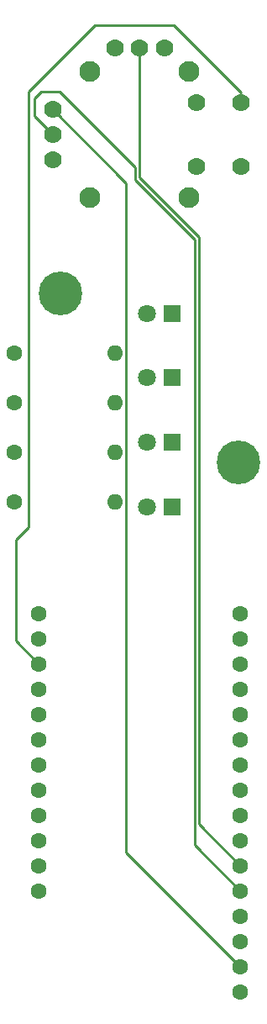
<source format=gbr>
%TF.GenerationSoftware,KiCad,Pcbnew,6.0.6+dfsg-1*%
%TF.CreationDate,2022-07-30T00:05:30-07:00*%
%TF.ProjectId,board,626f6172-642e-46b6-9963-61645f706362,rev?*%
%TF.SameCoordinates,Original*%
%TF.FileFunction,Copper,L2,Bot*%
%TF.FilePolarity,Positive*%
%FSLAX46Y46*%
G04 Gerber Fmt 4.6, Leading zero omitted, Abs format (unit mm)*
G04 Created by KiCad (PCBNEW 6.0.6+dfsg-1) date 2022-07-30 00:05:30*
%MOMM*%
%LPD*%
G01*
G04 APERTURE LIST*
%TA.AperFunction,ComponentPad*%
%ADD10C,4.400000*%
%TD*%
%TA.AperFunction,ComponentPad*%
%ADD11C,1.600000*%
%TD*%
%TA.AperFunction,ComponentPad*%
%ADD12C,1.778000*%
%TD*%
%TA.AperFunction,ComponentPad*%
%ADD13C,2.100000*%
%TD*%
%TA.AperFunction,ComponentPad*%
%ADD14R,1.800000X1.800000*%
%TD*%
%TA.AperFunction,ComponentPad*%
%ADD15C,1.800000*%
%TD*%
%TA.AperFunction,ComponentPad*%
%ADD16O,1.600000X1.600000*%
%TD*%
%TA.AperFunction,Conductor*%
%ADD17C,0.250000*%
%TD*%
G04 APERTURE END LIST*
D10*
%TO.P,REF1,1*%
%TO.N,N/C*%
X94000000Y-73000000D03*
%TD*%
%TO.P,REF2,1*%
%TO.N,N/C*%
X112000000Y-90000000D03*
%TD*%
D11*
%TO.P,U2,1,RST*%
%TO.N,unconnected-(U2-Pad1)*%
X112160000Y-143320000D03*
%TO.P,U2,2,3V3*%
%TO.N,Net-(U1-PadH1)*%
X112160000Y-140780000D03*
%TO.P,U2,3,3V3*%
%TO.N,unconnected-(U2-Pad3)*%
X112160000Y-138240000D03*
%TO.P,U2,4,GND*%
%TO.N,Net-(D1-Pad1)*%
X112160000Y-135700000D03*
%TO.P,U2,5,A0*%
%TO.N,Net-(U1-PadH2)*%
X112160000Y-133160000D03*
%TO.P,U2,6,A1*%
%TO.N,Net-(U1-PadV2)*%
X112160000Y-130620000D03*
%TO.P,U2,7,A2*%
%TO.N,unconnected-(U2-Pad7)*%
X112160000Y-128080000D03*
%TO.P,U2,8,A3*%
%TO.N,unconnected-(U2-Pad8)*%
X112160000Y-125540000D03*
%TO.P,U2,9,A4*%
%TO.N,unconnected-(U2-Pad9)*%
X112160000Y-123000000D03*
%TO.P,U2,10,A5*%
%TO.N,unconnected-(U2-Pad10)*%
X112160000Y-120460000D03*
%TO.P,U2,11,SCK*%
%TO.N,unconnected-(U2-Pad11)*%
X112160000Y-117920000D03*
%TO.P,U2,12,MOSI*%
%TO.N,unconnected-(U2-Pad12)*%
X112160000Y-115380000D03*
%TO.P,U2,13,MISO*%
%TO.N,unconnected-(U2-Pad13)*%
X112160000Y-112840000D03*
%TO.P,U2,14,RXD*%
%TO.N,unconnected-(U2-Pad14)*%
X112160000Y-110300000D03*
%TO.P,U2,15,TXD*%
%TO.N,unconnected-(U2-Pad15)*%
X112160000Y-107760000D03*
%TO.P,U2,16,DFU*%
%TO.N,unconnected-(U2-Pad16)*%
X112160000Y-105220000D03*
%TO.P,U2,17,SDA*%
%TO.N,unconnected-(U2-Pad17)*%
X91840000Y-105220000D03*
%TO.P,U2,18,SCL*%
%TO.N,unconnected-(U2-Pad18)*%
X91840000Y-107760000D03*
%TO.P,U2,19,D27*%
%TO.N,Net-(U1-PadB1A)*%
X91840000Y-110300000D03*
%TO.P,U2,20,D30*%
%TO.N,unconnected-(U2-Pad20)*%
X91840000Y-112840000D03*
%TO.P,U2,21,D31*%
%TO.N,unconnected-(U2-Pad21)*%
X91840000Y-115380000D03*
%TO.P,U2,22,D11*%
%TO.N,Net-(U2-Pad22)*%
X91840000Y-117920000D03*
%TO.P,U2,23,D7*%
%TO.N,Net-(R3-Pad1)*%
X91840000Y-120460000D03*
%TO.P,U2,24,D15*%
%TO.N,Net-(R2-Pad1)*%
X91840000Y-123000000D03*
%TO.P,U2,25,D16*%
%TO.N,Net-(R1-Pad1)*%
X91840000Y-125540000D03*
%TO.P,U2,26,USB*%
%TO.N,unconnected-(U2-Pad26)*%
X91840000Y-128080000D03*
%TO.P,U2,27,EN*%
%TO.N,unconnected-(U2-Pad27)*%
X91840000Y-130620000D03*
%TO.P,U2,28,VBAT*%
%TO.N,unconnected-(U2-Pad28)*%
X91840000Y-133160000D03*
%TD*%
D12*
%TO.P,U1,B1A,SEL+*%
%TO.N,Net-(U1-PadB1A)*%
X112250000Y-53750000D03*
%TO.P,U1,B1B*%
%TO.N,N/C*%
X112250000Y-60250000D03*
%TO.P,U1,B2A,SEL-*%
%TO.N,Net-(D1-Pad1)*%
X107750000Y-53750000D03*
%TO.P,U1,B2B*%
%TO.N,N/C*%
X107750000Y-60250000D03*
%TO.P,U1,H1,H+*%
%TO.N,Net-(U1-PadH1)*%
X93270000Y-54500000D03*
%TO.P,U1,H2,H*%
%TO.N,Net-(U1-PadH2)*%
X93270000Y-57000000D03*
%TO.P,U1,H3,H-*%
%TO.N,Net-(D1-Pad1)*%
X93270000Y-59500000D03*
D13*
%TO.P,U1,S1*%
%TO.N,N/C*%
X107000000Y-50675000D03*
%TO.P,U1,S2*%
X97000000Y-50675000D03*
%TO.P,U1,S3*%
X97000000Y-63325000D03*
%TO.P,U1,S4*%
X107000000Y-63325000D03*
D12*
%TO.P,U1,V1,V+*%
%TO.N,Net-(U1-PadH1)*%
X104500000Y-48270000D03*
%TO.P,U1,V2,V*%
%TO.N,Net-(U1-PadV2)*%
X102000000Y-48270000D03*
%TO.P,U1,V3,V-*%
%TO.N,Net-(D1-Pad1)*%
X99500000Y-48270000D03*
%TD*%
D14*
%TO.P,D1,1,K*%
%TO.N,Net-(D1-Pad1)*%
X105275000Y-75000000D03*
D15*
%TO.P,D1,2,A*%
%TO.N,Net-(D1-Pad2)*%
X102735000Y-75000000D03*
%TD*%
D11*
%TO.P,R2,1*%
%TO.N,Net-(R2-Pad1)*%
X89380000Y-84000000D03*
D16*
%TO.P,R2,2*%
%TO.N,Net-(D2-Pad2)*%
X99540000Y-84000000D03*
%TD*%
D11*
%TO.P,R3,1*%
%TO.N,Net-(R3-Pad1)*%
X89380000Y-89000000D03*
D16*
%TO.P,R3,2*%
%TO.N,Net-(D3-Pad2)*%
X99540000Y-89000000D03*
%TD*%
D14*
%TO.P,D4,1,K*%
%TO.N,Net-(D1-Pad1)*%
X105275000Y-94500000D03*
D15*
%TO.P,D4,2,A*%
%TO.N,Net-(D4-Pad2)*%
X102735000Y-94500000D03*
%TD*%
D14*
%TO.P,D3,1,K*%
%TO.N,Net-(D1-Pad1)*%
X105275000Y-88000000D03*
D15*
%TO.P,D3,2,A*%
%TO.N,Net-(D3-Pad2)*%
X102735000Y-88000000D03*
%TD*%
D11*
%TO.P,R1,1*%
%TO.N,Net-(R1-Pad1)*%
X89380000Y-79000000D03*
D16*
%TO.P,R1,2*%
%TO.N,Net-(D1-Pad2)*%
X99540000Y-79000000D03*
%TD*%
D14*
%TO.P,D2,1,K*%
%TO.N,Net-(D1-Pad1)*%
X105275000Y-81500000D03*
D15*
%TO.P,D2,2,A*%
%TO.N,Net-(D2-Pad2)*%
X102735000Y-81500000D03*
%TD*%
D11*
%TO.P,R4,1*%
%TO.N,Net-(U2-Pad22)*%
X89380000Y-94000000D03*
D16*
%TO.P,R4,2*%
%TO.N,Net-(D4-Pad2)*%
X99540000Y-94000000D03*
%TD*%
D17*
%TO.N,Net-(U1-PadB1A)*%
X105500000Y-46000000D02*
X112250000Y-52750000D01*
X90805000Y-96520000D02*
X90805000Y-52705000D01*
X89535000Y-97790000D02*
X90805000Y-96520000D01*
X89535000Y-107995000D02*
X89535000Y-97790000D01*
X97510000Y-46000000D02*
X105500000Y-46000000D01*
X90805000Y-52705000D02*
X97510000Y-46000000D01*
X91840000Y-110300000D02*
X89535000Y-107995000D01*
%TO.N,Net-(U1-PadH2)*%
X93270000Y-57000000D02*
X91440000Y-55170000D01*
X107550000Y-128550000D02*
X112160000Y-133160000D01*
X91440000Y-55170000D02*
X91440000Y-53340000D01*
X91440000Y-53340000D02*
X92075000Y-52705000D01*
X92075000Y-52705000D02*
X93980000Y-52705000D01*
X93980000Y-52705000D02*
X101550000Y-60275000D01*
X101550000Y-60275000D02*
X101550000Y-61545000D01*
X101550000Y-61545000D02*
X107550000Y-67545000D01*
X107550000Y-67545000D02*
X107550000Y-128550000D01*
%TO.N,Net-(U1-PadV2)*%
X112160000Y-130620000D02*
X108000000Y-126460000D01*
X108000000Y-126460000D02*
X108000000Y-67358604D01*
X108000000Y-67358604D02*
X102000000Y-61358604D01*
X102000000Y-61358604D02*
X102000000Y-48270000D01*
%TO.N,Net-(U1-PadH1)*%
X93270000Y-54500000D02*
X100665000Y-61895000D01*
X100665000Y-61895000D02*
X100665000Y-129285000D01*
X100665000Y-129285000D02*
X112160000Y-140780000D01*
%TD*%
M02*

</source>
